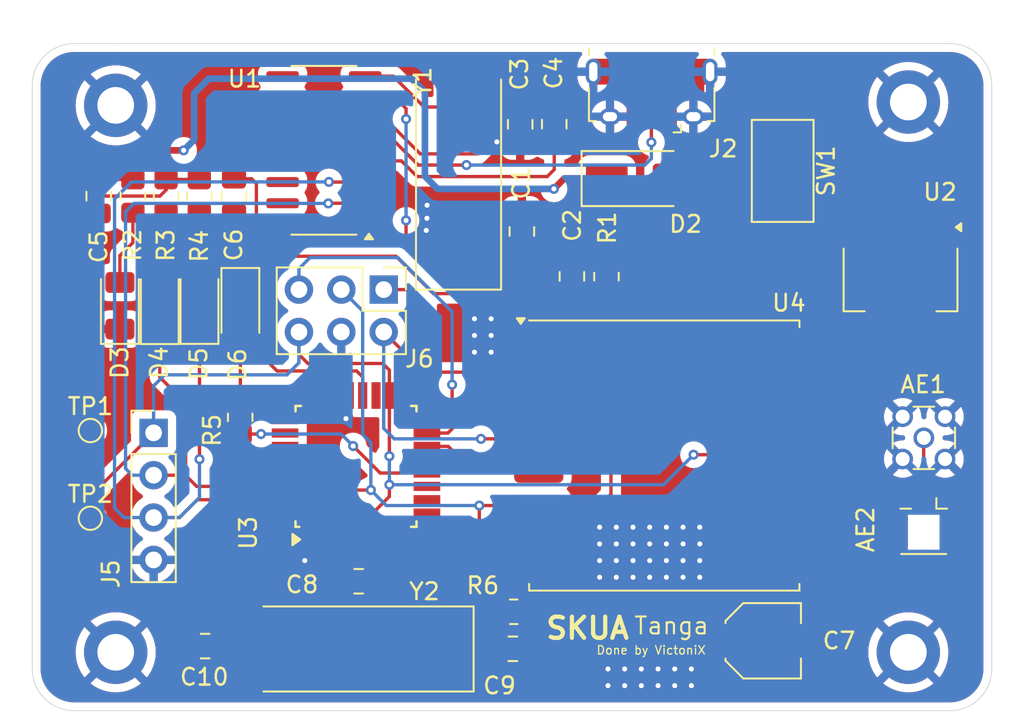
<source format=kicad_pcb>
(kicad_pcb (version 20240108) (generator "pcbnew") (generator_version "8.0")
  (layers (0 "F.Cu" signal) (31 "B.Cu" signal) (34 "B.Paste" user) (35 "F.Paste" user) (36 "B.SilkS" user "B.Silkscreen") (37 "F.SilkS" user "F.Silkscreen") (38 "B.Mask" user) (39 "F.Mask" user) (44 "Edge.Cuts" user))
  (net 0 "")
  (net 1 "GND")
  (net 2 "Net-(AE1-A)")
  (net 3 "Net-(U1-XI)")
  (net 4 "Net-(U1-VCC)")
  (net 5 "Net-(U1-XO)")
  (net 6 "Net-(U1-V3)")
  (net 7 "+5V")
  (net 8 "Net-(U3-AREF)")
  (net 9 "+3V3")
  (net 10 "Net-(U3-XTAL2{slash}PB7)")
  (net 11 "Net-(U3-XTAL1{slash}PB6)")
  (net 12 "Net-(D2-A)")
  (net 13 "Net-(D3-A)")
  (net 14 "Net-(D4-A)")
  (net 15 "/RXD")
  (net 16 "Net-(D5-A)")
  (net 17 "/TXD")
  (net 18 "Net-(D6-A)")
  (net 19 "Net-(J2-D-)")
  (net 21 "Net-(J2-D+)")
  (net 22 "/reset")
  (net 23 "/MOSI")
  (net 24 "/MISO")
  (net 25 "/SCLK")
  (net 26 "Net-(U3-PB0)")
  (net 41 "Net-(U3-PB2)")
  (net 56 "Net-(D2-K)")
  (footprint "Capacitor_SMD:C_0805_2012Metric_Pad1.18x1.45mm_HandSolder" (layer "F.Cu") (at 160.36 103.63)
    (property "Reference" "C10")
    (property "Value" "22pF")
  )
  (footprint "MountingHole:MountingHole_2.2mm_M2_DIN965_Pad" (layer "F.Cu") (at 202.5 104)
    (property "Reference" "H4" (hide yes))
    (property "Value" "MountingHole_Pad")
  )
  (footprint "LED_SMD:LED_1206_3216Metric" (layer "F.Cu") (at 157.64 83.23 90)
    (property "Reference" "D4")
    (property "Value" "Rx_LED")
  )
  (footprint "Capacitor_SMD:C_Elec_4x5.4" (layer "F.Cu") (at 193.805 103.31)
    (property "Reference" "C7")
    (property "Value" "10uF")
  )
  (footprint "Resistor_SMD:R_0805_2012Metric_Pad1.20x1.40mm_HandSolder" (layer "F.Cu") (at 160.01 76.64 90)
    (property "Reference" "R4")
    (property "Value" "470")
  )
  (footprint "Capacitor_SMD:C_0805_2012Metric_Pad1.18x1.45mm_HandSolder" (layer "F.Cu") (at 182.34 81.4575 -90)
    (property "Reference" "C2")
    (property "Value" "0.47uF")
  )
  (footprint "Package_TO_SOT_SMD:SOT-223-3_TabPin2" (layer "F.Cu") (at 202.0325 81.64 -90)
    (property "Reference" "U2")
    (property "Value" "AMS1117-3.3")
  )
  (footprint "Capacitor_SMD:C_0805_2012Metric_Pad1.18x1.45mm_HandSolder" (layer "F.Cu") (at 153.98 76.6425 90)
    (property "Reference" "C5")
    (property "Value" "0.1uF")
  )
  (footprint "Resistor_SMD:R_0805_2012Metric_Pad1.20x1.40mm_HandSolder" (layer "F.Cu") (at 158.02 76.64 90)
    (property "Reference" "R3")
    (property "Value" "470")
  )
  (footprint "Package_SO:SOIC-16_3.9x9.9mm_P1.27mm" (layer "F.Cu") (at 167.475 73.895 180)
    (property "Reference" "U1")
    (property "Value" "CH340G")
  )
  (footprint "Button_Switch_SMD:SW_SPST_CK_RS282G05A3" (layer "F.Cu") (at 194.97 75.13 -90)
    (property "Reference" "SW1")
    (property "Value" "Reset")
  )
  (footprint "RF_Module:HOPERF_RFM9XW_SMD" (layer "F.Cu") (at 187.875 92.2)
    (property "Reference" "U4")
    (property "Value" "RFM95W-868S2")
  )
  (footprint "Capacitor_SMD:C_0805_2012Metric_Pad1.18x1.45mm_HandSolder" (layer "F.Cu") (at 162.09 76.64 90)
    (property "Reference" "C6")
    (property "Value" "100nF")
  )
  (footprint "Connector_PinHeader_2.54mm:PinHeader_2x03_P2.54mm_Vertical" (layer "F.Cu") (at 171.06 82.25 -90)
    (property "Reference" "J6")
    (property "Value" "SPI")
  )
  (footprint "MountingHole:MountingHole_2.2mm_M2_DIN965_Pad" (layer "F.Cu") (at 155 71.2)
    (property "Reference" "H1" (hide yes))
    (property "Value" "MountingHole_Pad")
  )
  (footprint "MountingHole:MountingHole_2.2mm_M2_DIN965_Pad" (layer "F.Cu") (at 155 104)
    (property "Reference" "H2" (hide yes))
    (property "Value" "MountingHole_Pad")
  )
  (footprint "Resistor_SMD:R_0805_2012Metric_Pad1.20x1.40mm_HandSolder" (layer "F.Cu") (at 162.46 89.91 -90)
    (property "Reference" "R5")
    (property "Value" "200")
  )
  (footprint "Capacitor_SMD:C_0805_2012Metric_Pad1.18x1.45mm_HandSolder" (layer "F.Cu") (at 178.7975 103.79 180)
    (property "Reference" "C9")
    (property "Value" "22pF")
  )
  (footprint "Package_QFP:TQFP-32_7x7mm_P0.8mm" (layer "F.Cu") (at 169.4 92.85 90)
    (property "Reference" "U3")
    (property "Value" "ATmega328P-A")
  )
  (footprint "Connector_Coaxial:MMCX_Molex_73415-1471_Vertical" (layer "F.Cu") (at 203.43 91.14)
    (property "Reference" "AE1")
    (property "Value" "Antenna")
  )
  (footprint "MountingHole:MountingHole_2.2mm_M2_DIN965_Pad" (layer "F.Cu") (at 202.5 71)
    (property "Reference" "H3" (hide yes))
    (property "Value" "MountingHole_Pad")
  )
  (footprint "LED_SMD:LED_1206_3216Metric" (layer "F.Cu") (at 155.25 83.22 90)
    (property "Reference" "D3")
    (property "Value" "Power")
  )
  (footprint "Resistor_SMD:R_0805_2012Metric_Pad1.20x1.40mm_HandSolder" (layer "F.Cu") (at 178.85 101.57 180)
    (property "Reference" "R6")
    (property "Value" "10k")
  )
  (footprint "Capacitor_SMD:C_0805_2012Metric_Pad1.18x1.45mm_HandSolder" (layer "F.Cu") (at 179.34 78.7625 -90)
    (property "Reference" "C1")
    (property "Value" "22pF")
  )
  (footprint "Resistor_SMD:R_0805_2012Metric_Pad1.20x1.40mm_HandSolder" (layer "F.Cu") (at 184.41 81.47 -90)
    (property "Reference" "R1")
    (property "Value" "10")
  )
  (footprint "Crystal:Crystal_SMD_HC49-SD" (layer "F.Cu") (at 175.545 75.55 90)
    (property "Reference" "Y1")
    (property "Value" "12MHz")
  )
  (footprint "Connector_USB:USB_Micro-B_Amphenol_10118194_Horizontal" (layer "F.Cu") (at 187.12 70.48 180)
    (property "Reference" "J2")
    (property "Value" "USB")
  )
  (footprint "Connector_PinHeader_2.54mm:PinHeader_1x04_P2.54mm_Vertical" (layer "F.Cu") (at 157.27 90.84)
    (property "Reference" "J5")
    (property "Value" "UART")
  )
  (footprint "LED_SMD:LED_1206_3216Metric" (layer "F.Cu") (at 162.47 83.24 -90)
    (property "Reference" "D6")
    (property "Value" "conn.")
  )
  (footprint "Capacitor_SMD:C_0805_2012Metric_Pad1.18x1.45mm_HandSolder" (layer "F.Cu") (at 169.5625 99.74)
    (property "Reference" "C8")
    (property "Value" "0.1uF")
  )
  (footprint "Capacitor_SMD:C_0805_2012Metric_Pad1.18x1.45mm_HandSolder" (layer "F.Cu") (at 179.24 72.3375 90)
    (property "Reference" "C3")
    (property "Value" "22pF")
  )
  (footprint "LED_SMD:LED_1206_3216Metric" (layer "F.Cu") (at 160.02 83.22 90)
    (property "Reference" "D5")
    (property "Value" "Tx_LED")
  )
  (footprint "Connector_Coaxial:U.FL_Hirose_U.FL-R-SMT-1_Vertical" (layer "F.Cu") (at 203.42 96.27 -90)
    (property "Reference" "AE2")
    (property "Value" "Anten.")
  )
  (footprint "Crystal:Crystal_SMD_HC49-SD" (layer "F.Cu") (at 169.75 103.8 180)
    (property "Reference" "Y2")
    (property "Value" "16MHz" (hide yes))
  )
  (footprint "Resistor_SMD:R_0805_2012Metric_Pad1.20x1.40mm_HandSolder" (layer "F.Cu") (at 156.03 76.64 90)
    (property "Reference" "R2")
    (property "Value" "470")
  )
  (footprint "Diode_SMD:D_SMA" (layer "F.Cu") (at 186.43 75.59)
    (property "Reference" "D2")
    (property "Value" "SS32")
  )
  (footprint "TestPoint:TestPoint_Pad_D1.0mm" (layer "F.Cu") (at 153.48 95.96)
    (property "Reference" "TP2")
    (property "Value" "VCC")
  )
  (footprint "Capacitor_SMD:C_0805_2012Metric_Pad1.18x1.45mm_HandSolder" (layer "F.Cu") (at 181.28 72.3275 90)
    (property "Reference" "C4")
    (property "Value" "1nF")
  )
  (footprint "TestPoint:TestPoint_Pad_D1.0mm" (layer "F.Cu") (at 153.48 90.7)
    (property "Reference" "TP1")
    (property "Value" "Power")
  )
  (gr_line (start 150 105) (end 150 70) (stroke (width 0.05)) (layer "Edge.Cuts"))
  (gr_line (start 207.5 70) (end 207.5 105) (stroke (width 0.05)) (layer "Edge.Cuts"))
  (gr_arc (start 150 70) (mid 150.732233 68.232233) (end 152.5 67.5) (stroke (width 0.05)) (layer "Edge.Cuts"))
  (gr_line (start 205 107.5) (end 152.5 107.5) (stroke (width 0.05)) (layer "Edge.Cuts"))
  (gr_arc (start 207.5 105) (mid 206.767767 106.767767) (end 205 107.5) (stroke (width 0.05)) (layer "Edge.Cuts"))
  (gr_arc (start 152.5 107.5) (mid 150.732233 106.767767) (end 150 105) (stroke (width 0.05)) (layer "Edge.Cuts"))
  (gr_arc (start 205 67.5) (mid 206.767767 68.232233) (end 207.5 70) (stroke (width 0.05)) (layer "Edge.Cuts"))
  (gr_line (start 155 67.5) (end 205 67.5) (stroke (width 0.05)) (layer "Edge.Cuts"))
  (gr_line (start 152.5 67.5) (end 155 67.5) (stroke (width 0.05)) (layer "Edge.Cuts"))
  (gr_text "Tanga" (at 186 103 0) (layer "F.SilkS") (effects (font (size 1.016 1.016) (thickness 0.127)) (justify left bottom)))
  (gr_text "SKUA" (at 180.66 103.3 0) (layer "F.SilkS") (effects (font (size 1.27 1.27) (thickness 0.254) (bold yes)) (justify left bottom)))
  (gr_text "Done by VictoniX" (at 183.77 104.17 0) (layer "F.SilkS") (effects (font (size 0.508 0.508) (thickness 0.0762)) (justify left bottom)))
  (segment (start 169.8 97.1) (end 169.8 98.19) (width 0.2) (layer "F.Cu") (net 1))
  (segment (start 166.32 98.49) (end 166.31 98.49) (width 0.2) (layer "F.Cu") (net 1))
  (segment (start 169.8 98.19) (end 169.5 98.49) (width 0.2) (layer "F.Cu") (net 1))
  (segment (start 169 88.6) (end 169 89.79) (width 0.2) (layer "F.Cu") (net 1))
  (segment (start 166.31 98.49) (end 166.3 98.48) (width 0.2) (layer "F.Cu") (net 1))
  (segment (start 166.33 98.5) (end 166.32 98.49) (width 0.2) (layer "F.Cu") (net 1))
  (segment (start 166.34 98.49) (end 166.33 98.5) (width 0.2) (layer "F.Cu") (net 1))
  (segment (start 169 89.79) (end 168.8 89.99) (width 0.2) (layer "F.Cu") (net 1))
  (segment (start 168.2 97.1) (end 168.2 98.49) (width 0.2) (layer "F.Cu") (net 1))
  (segment (start 169.5 98.49) (end 166.34 98.49) (width 0.2) (layer "F.Cu") (net 1))
  (via (at 177.5 84) (size 0.6) (drill 0.3) (layers "F.Cu" "B.Cu") (net 1))
  (via (at 187 97.5) (size 0.6) (drill 0.3) (layers "F.Cu" "B.Cu") (net 1))
  (via (at 189 97.5) (size 0.6) (drill 0.3) (layers "F.Cu" "B.Cu") (net 1))
  (via (at 189 96.5) (size 0.6) (drill 0.3) (layers "F.Cu" "B.Cu") (net 1))
  (via (at 185 97.5) (size 0.6) (drill 0.3) (layers "F.Cu" "B.Cu") (net 1))
  (via (at 184 97.5) (size 0.6) (drill 0.3) (layers "F.Cu" "B.Cu") (net 1))
  (via (at 186 99.5) (size 0.6) (drill 0.3) (layers "F.Cu" "B.Cu") (net 1))
  (via (at 187.5 106) (size 0.6) (drill 0.3) (layers "F.Cu" "B.Cu") (net 1))
  (via (at 187 98.5) (size 0.6) (drill 0.3) (layers "F.Cu" "B.Cu") (net 1))
  (via (at 184 96.5) (size 0.6) (drill 0.3) (layers "F.Cu" "B.Cu") (net 1))
  (via (at 166.33 98.5) (size 0.6) (drill 0.3) (layers "F.Cu" "B.Cu") (net 1))
  (via (at 190 96.5) (size 0.6) (drill 0.3) (layers "F.Cu" "B.Cu") (net 1))
  (via (at 185.5 105) (size 0.6) (drill 0.3) (layers "F.Cu" "B.Cu") (net 1))
  (via (at 184 98.5) (size 0.6) (drill 0.3) (layers "F.Cu" "B.Cu") (net 1))
  (via (at 185 98.5) (size 0.6) (drill 0.3) (layers "F.Cu" "B.Cu") (net 1))
  (via (at 190 98.5) (size 0.6) (drill 0.3) (layers "F.Cu" "B.Cu") (net 1))
  (via (at 188.5 105) (size 0.6) (drill 0.3) (layers "F.Cu" "B.Cu") (net 1))
  (via (at 186 97.5) (size 0.6) (drill 0.3) (layers "F.Cu" "B.Cu") (net 1))
  (via (at 173.66 77.19) (size 0.6) (drill 0.3) (layers "F.Cu" "B.Cu") (net 1))
  (via (at 176.5 86) (size 0.6) (drill 0.3) (layers "F.Cu" "B.Cu") (net 1))
  (via (at 173.65 77.97) (size 0.6) (drill 0.3) (layers "F.Cu" "B.Cu") (net 1))
  (via (at 185 99.5) (size 0.6) (drill 0.3) (layers "F.Cu" "B.Cu") (net 1))
  (via (at 168.8 89.99) (size 0.6) (drill 0.3) (layers "F.Cu" "B.Cu") (net 1))
  (via (at 188 97.5) (size 0.6) (drill 0.3) (layers "F.Cu" "B.Cu") (net 1))
  (via (at 176.5 85) (size 0.6) (drill 0.3) (layers "F.Cu" "B.Cu") (net 1))
  (via (at 189.5 105) (size 0.6) (drill 0.3) (layers "F.Cu" "B.Cu") (net 1))
  (via (at 188 99.5) (size 0.6) (drill 0.3) (layers "F.Cu" "B.Cu") (net 1))
  (via (at 187.5 105) (size 0.6) (drill 0.3) (layers "F.Cu" "B.Cu") (net 1))
  (via (at 186 96.5) (size 0.6) (drill 0.3) (layers "F.Cu" "B.Cu") (net 1))
  (via (at 184.5 105) (size 0.6) (drill 0.3) (layers "F.Cu" "B.Cu") (net 1))
  (via (at 187 99.5) (size 0.6) (drill 0.3) (layers "F.Cu" "B.Cu") (net 1))
  (via (at 188.5 106) (size 0.6) (drill 0.3) (layers "F.Cu" "B.Cu") (net 1))
  (via (at 184 99.5) (size 0.6) (drill 0.3) (layers "F.Cu" "B.Cu") (net 1))
  (via (at 176.5 84) (size 0.6) (drill 0.3) (layers "F.Cu" "B.Cu") (net 1))
  (via (at 189.5 106) (size 0.6) (drill 0.3) (layers "F.Cu" "B.Cu") (net 1))
  (via (at 177.5 85) (size 0.6) (drill 0.3) (layers "F.Cu" "B.Cu") (net 1))
  (via (at 185 96.5) (size 0.6) (drill 0.3) (layers "F.Cu" "B.Cu") (net 1))
  (via (at 184.5 106) (size 0.6) (drill 0.3) (layers "F.Cu" "B.Cu") (net 1))
  (via (at 186 98.5) (size 0.6) (drill 0.3) (layers "F.Cu" "B.Cu") (net 1))
  (via (at 188 96.5) (size 0.6) (drill 0.3) (layers "F.Cu" "B.Cu") (net 1))
  (via (at 187 96.5) (size 0.6) (drill 0.3) (layers "F.Cu" "B.Cu") (net 1))
  (via (at 177.84 73.39) (size 0.6) (drill 0.3) (layers "F.Cu" "B.Cu") (net 1))
  (via (at 186.5 105) (size 0.6) (drill 0.3) (layers "F.Cu" "B.Cu") (net 1))
  (via (at 190 99.5) (size 0.6) (drill 0.3) (layers "F.Cu" "B.Cu") (net 1))
  (via (at 173.61 78.7) (size 0.6) (drill 0.3) (layers "F.Cu" "B.Cu") (net 1))
  (via (at 188 98.5) (size 0.6) (drill 0.3) (layers "F.Cu" "B.Cu") (net 1))
  (via (at 189 99.5) (size 0.6) (drill 0.3) (layers "F.Cu" "B.Cu") (net 1))
  (via (at 190 97.5) (size 0.6) (drill 0.3) (layers "F.Cu" "B.Cu") (net 1))
  (via (at 186.5 106) (size 0.6) (drill 0.3) (layers "F.Cu" "B.Cu") (net 1))
  (via (at 177.5 86) (size 0.6) (drill 0.3) (layers "F.Cu" "B.Cu") (net 1))
  (via (at 185.5 106) (size 0.6) (drill 0.3) (layers "F.Cu" "B.Cu") (net 1))
  (via (at 189 98.5) (size 0.6) (drill 0.3) (layers "F.Cu" "B.Cu") (net 1))
  (segment (start 203.42 95.22) (end 203.42 91.15) (width 0.2) (layer "F.Cu") (net 2))
  (segment (start 199.5 98.42) (end 199.5 95.72) (width 0.2) (layer "F.Cu") (net 2))
  (segment (start 200 95.22) (end 203.42 95.22) (width 0.2) (layer "F.Cu") (net 2))
  (segment (start 203.42 91.15) (end 203.43 91.14) (width 0.2) (layer "F.Cu") (net 2))
  (segment (start 198.72 99.2) (end 199.5 98.42) (width 0.2) (layer "F.Cu") (net 2))
  (segment (start 199.5 95.72) (end 200 95.22) (width 0.2) (layer "F.Cu") (net 2))
  (segment (start 195.4 99.2) (end 198.72 99.2) (width 0.2) (layer "F.Cu") (net 2))
  (segment (start 172.92 79.8) (end 175.545 79.8) (width 0.2) (layer "F.Cu") (net 3))
  (segment (start 172.4 72.02) (end 172.4 71.39) (width 0.2) (layer "F.Cu") (net 3))
  (segment (start 171.73 70.72) (end 169.95 70.72) (width 0.2) (layer "F.Cu") (net 3))
  (segment (start 172.4 71.39) (end 171.73 70.72) (width 0.2) (layer "F.Cu") (net 3))
  (segment (start 172.91 79.81) (end 172.92 79.8) (width 0.2) (layer "F.Cu") (net 3))
  (segment (start 172.4 79.3) (end 172.91 79.81) (width 0.2) (layer "F.Cu") (net 3))
  (segment (start 172.4 78.1) (end 172.4 79.3) (width 0.2) (layer "F.Cu") (net 3))
  (segment (start 179.34 79.8) (end 175.545 79.8) (width 0.2) (layer "F.Cu") (net 3))
  (via (at 172.4 72.02) (size 0.6) (drill 0.3) (layers "F.Cu" "B.Cu") (net 3))
  (via (at 172.4 78.1) (size 0.6) (drill 0.3) (layers "F.Cu" "B.Cu") (net 3))
  (segment (start 172.4 72.02) (end 172.4 78.1) (width 0.2) (layer "B.Cu") (net 3))
  (segment (start 165.33 80.25) (end 165 79.92) (width 0.2) (layer "F.Cu") (net 4))
  (segment (start 171.8 80.25) (end 165.33 80.25) (width 0.2) (layer "F.Cu") (net 4))
  (segment (start 174.04 82.49) (end 171.8 80.25) (width 0.2) (layer "F.Cu") (net 4))
  (segment (start 184.41 82.47) (end 182.365 82.47) (width 0.2) (layer "F.Cu") (net 4))
  (segment (start 165 79.92) (end 165 78.34) (width 0.2) (layer "F.Cu") (net 4))
  (segment (start 182.335 82.49) (end 174.04 82.49) (width 0.2) (layer "F.Cu") (net 4))
  (segment (start 182.34 82.495) (end 182.335 82.49) (width 0.2) (layer "F.Cu") (net 4))
  (segment (start 182.365 82.47) (end 182.34 82.495) (width 0.2) (layer "F.Cu") (net 4))
  (segment (start 179.24 71.3) (end 175.545 71.3) (width 0.2) (layer "F.Cu") (net 5))
  (segment (start 171.63 69.45) (end 173.48 71.3) (width 0.2) (layer "F.Cu") (net 5))
  (segment (start 173.48 71.3) (end 175.545 71.3) (width 0.2) (layer "F.Cu") (net 5))
  (segment (start 169.95 69.45) (end 171.63 69.45) (width 0.2) (layer "F.Cu") (net 5))
  (segment (start 181.28 75.05) (end 181.28 73.365) (width 0.2) (layer "F.Cu") (net 6))
  (segment (start 180.86 75.47) (end 181.28 75.05) (width 0.2) (layer "F.Cu") (net 6))
  (segment (start 173.06 75.47) (end 180.86 75.47) (width 0.2) (layer "F.Cu") (net 6))
  (segment (start 169.95 74.53) (end 172.12 74.53) (width 0.2) (layer "F.Cu") (net 6))
  (segment (start 172.12 74.53) (end 173.06 75.47) (width 0.2) (layer "F.Cu") (net 6))
  (segment (start 158.02 76.27) (end 158.02 75.64) (width 0.2) (layer "F.Cu") (net 7))
  (segment (start 160.01 75.64) (end 158.02 75.64) (width 0.2) (layer "F.Cu") (net 7))
  (segment (start 152.89 76.64) (end 157.65 76.64) (width 0.2) (layer "F.Cu") (net 7))
  (segment (start 157.65 76.64) (end 158.02 76.27) (width 0.2) (layer "F.Cu") (net 7))
  (segment (start 152.23 89.45) (end 152.23 77.3) (width 0.2) (layer "F.Cu") (net 7))
  (segment (start 153.48 90.7) (end 152.23 89.45) (width 0.2) (layer "F.Cu") (net 7))
  (segment (start 152.23 77.3) (end 152.89 76.64) (width 0.2) (layer "F.Cu") (net 7))
  (segment (start 169.44 87.13) (end 164.67 87.13) (width 0.2) (layer "F.Cu") (net 8))
  (segment (start 164.67 87.13) (end 163.94 86.4) (width 0.2) (layer "F.Cu") (net 8))
  (segment (start 163.94 79.44) (end 163.43 78.93) (width 0.2) (layer "F.Cu") (net 8))
  (segment (start 163.94 86.4) (end 163.94 79.44) (width 0.2) (layer "F.Cu") (net 8))
  (segment (start 163.1425 75.6025) (end 162.09 75.6025) (width 0.2) (layer "F.Cu") (net 8))
  (segment (start 163.43 75.89) (end 163.1425 75.6025) (width 0.2) (layer "F.Cu") (net 8))
  (segment (start 169.8 88.6) (end 169.8 87.49) (width 0.2) (layer "F.Cu") (net 8))
  (segment (start 163.43 78.93) (end 163.43 75.89) (width 0.2) (layer "F.Cu") (net 8))
  (segment (start 169.8 87.49) (end 169.44 87.13) (width 0.2) (layer "F.Cu") (net 8))
  (segment (start 165.98 86.14) (end 165.98 84.79) (width 0.2) (layer "F.Cu") (net 9))
  (segment (start 195.4 91.2) (end 193.08 91.2) (width 0.2) (layer "F.Cu") (net 9))
  (segment (start 198.87 90.31) (end 197.98 91.2) (width 0.2) (layer "F.Cu") (net 9))
  (segment (start 169.23 95.46) (end 170.4 95.46) (width 0.2) (layer "F.Cu") (net 9))
  (segment (start 202.0325 78.49) (end 202.0325 84.79) (width 0.2) (layer "F.Cu") (net 9))
  (segment (start 153.48 95.96) (end 153.48 94.63) (width 0.2) (layer "F.Cu") (net 9))
  (segment (start 170.6 99.74) (end 170.6 97.1) (width 0.2) (layer "F.Cu") (net 9))
  (segment (start 197.98 91.2) (end 195.4 91.2) (width 0.2) (layer "F.Cu") (net 9))
  (segment (start 153.48 94.63) (end 157.27 90.84) (width 0.2) (layer "F.Cu") (net 9))
  (segment (start 166.52 86.68) (end 165.98 86.14) (width 0.2) (layer "F.Cu") (net 9))
  (segment (start 198.87 85.48) (end 198.87 90.31) (width 0.2) (layer "F.Cu") (net 9))
  (segment (start 171.4 88.6) (end 171.4 87.08) (width 0.2) (layer "F.Cu") (net 9))
  (segment (start 192.11 103.29) (end 192.13 103.31) (width 0.2) (layer "F.Cu") (net 9))
  (segment (start 170.4 95.46) (end 170.6 95.46) (width 0.2) (layer "F.Cu") (net 9))
  (segment (start 202.0325 84.79) (end 199.56 84.79) (width 0.2) (layer "F.Cu") (net 9))
  (segment (start 193.08 91.2) (end 192.13 92.15) (width 0.2) (layer "F.Cu") (net 9))
  (segment (start 170.6 95.46) (end 170.6 97.1) (width 0.2) (layer "F.Cu") (net 9))
  (segment (start 189.63 92.15) (end 192.13 92.15) (width 0.2) (layer "F.Cu") (net 9))
  (segment (start 171.4 93.95) (end 171.4 94.66) (width 0.2) (layer "F.Cu") (net 9))
  (segment (start 179.85 101.57) (end 185.71 101.57) (width 0.2) (layer "F.Cu") (net 9))
  (segment (start 171.4 88.6) (end 171.4 92.24) (width 0.2) (layer "F.Cu") (net 9))
  (segment (start 199.56 84.79) (end 198.87 85.48) (width 0.2) (layer "F.Cu") (net 9))
  (segment (start 169 95.69) (end 169.23 95.46) (width 0.2) (layer "F.Cu") (net 9))
  (segment (start 192.13 92.15) (end 192.13 103.31) (width 0.2) (layer "F.Cu") (net 9))
  (segment (start 171.4 87.08) (end 171 86.68) (width 0.2) (layer "F.Cu") (net 9))
  (segment (start 171 86.68) (end 166.52 86.68) (width 0.2) (layer "F.Cu") (net 9))
  (segment (start 187.45 103.31) (end 192.13 103.31) (width 0.2) (layer "F.Cu") (net 9))
  (segment (start 169 97.1) (end 169 95.69) (width 0.2) (layer "F.Cu") (net 9))
  (segment (start 185.71 101.57) (end 187.45 103.31) (width 0.2) (layer "F.Cu") (net 9))
  (segment (start 171.4 94.66) (end 170.6 95.46) (width 0.2) (layer "F.Cu") (net 9))
  (via (at 171.4 92.24) (size 0.6) (drill 0.3) (layers "F.Cu" "B.Cu") (net 9))
  (via (at 189.63 92.15) (size 0.6) (drill 0.3) (layers "F.Cu" "B.Cu") (net 9))
  (via (at 171.4 93.95) (size 0.6) (drill 0.3) (layers "F.Cu" "B.Cu") (net 9))
  (segment (start 157.27 88.025) (end 157.27 90.84) (width 0.2) (layer "B.Cu") (net 9))
  (segment (start 187.83 93.95) (end 189.63 92.15) (width 0.2) (layer "B.Cu") (net 9))
  (segment (start 165.98 84.79) (end 165.98 86.64) (width 0.2) (layer "B.Cu") (net 9))
  (segment (start 171.4 92.24) (end 171.4 93.95) (width 0.2) (layer "B.Cu") (net 9))
  (segment (start 165.98 86.64) (end 165.26 87.36) (width 0.2) (layer "B.Cu") (net 9))
  (segment (start 171.4 93.95) (end 187.83 93.95) (width 0.2) (layer "B.Cu") (net 9))
  (segment (start 165.26 87.36) (end 157.935 87.36) (width 0.2) (layer "B.Cu") (net 9))
  (segment (start 157.935 87.36) (end 157.27 88.025) (width 0.2) (layer "B.Cu") (net 9))
  (segment (start 172.2 97.1) (end 173.32 97.1) (width 0.2) (layer "F.Cu") (net 10))
  (segment (start 174.01 103.79) (end 174 103.8) (width 0.2) (layer "F.Cu") (net 10))
  (segment (start 173.32 97.1) (end 174 97.78) (width 0.2) (layer "F.Cu") (net 10))
  (segment (start 177.76 103.79) (end 174.01 103.79) (width 0.2) (layer "F.Cu") (net 10))
  (segment (start 174 97.78) (end 174 103.8) (width 0.2) (layer "F.Cu") (net 10))
  (segment (start 171.4 98.11) (end 172.1 98.81) (width 0.2) (layer "F.Cu") (net 11))
  (segment (start 165.33 103.63) (end 165.5 103.8) (width 0.2) (layer "F.Cu") (net 11))
  (segment (start 171.5 102.01) (end 165.92 102.01) (width 0.2) (layer "F.Cu") (net 11))
  (segment (start 172.1 101.41) (end 171.5 102.01) (width 0.2) (layer "F.Cu") (net 11))
  (segment (start 172.1 98.81) (end 172.1 101.41) (width 0.2) (layer "F.Cu") (net 11))
  (segment (start 161.3975 103.63) (end 165.33 103.63) (width 0.2) (layer "F.Cu") (net 11))
  (segment (start 171.4 97.1) (end 171.4 98.11) (width 0.2) (layer "F.Cu") (net 11))
  (segment (start 165.92 102.01) (end 165.33 102.6) (width 0.2) (layer "F.Cu") (net 11))
  (segment (start 165.33 102.6) (end 165.33 103.63) (width 0.2) (layer "F.Cu") (net 11))
  (segment (start 188.42 71.88) (end 188.41 71.89) (width 0.3) (layer "F.Cu") (net 12))
  (segment (start 188.42 75.56) (end 188.41 75.57) (width 0.4) (layer "F.Cu") (net 12))
  (segment (start 188.41 75.57) (end 188.42 75.58) (width 0.3) (layer "F.Cu") (net 12))
  (segment (start 188.42 75.58) (end 188.43 75.59) (width 0.2) (layer "F.Cu") (net 12))
  (segment (start 188.42 71.9) (end 188.42 75.56) (width 0.4) (layer "F.Cu") (net 12))
  (segment (start 188.41 71.89) (end 188.42 71.9) (width 0.4) (layer "F.Cu") (net 12))
  (segment (start 155.25 80.21) (end 156.03 79.43) (width 0.2) (layer "F.Cu") (net 13))
  (segment (start 155.25 81.82) (end 155.25 80.21) (width 0.2) (layer "F.Cu") (net 13))
  (segment (start 156.03 79.43) (end 156.03 77.64) (width 0.2) (layer "F.Cu") (net 13))
  (segment (start 157.64 81.83) (end 157.64 79.93) (width 0.2) (layer "F.Cu") (net 14))
  (segment (start 158.02 79.55) (end 158.02 77.64) (width 0.2) (layer "F.Cu") (net 14))
  (segment (start 157.64 79.93) (end 158.02 79.55) (width 0.2) (layer "F.Cu") (net 14))
  (segment (start 159.85 94.05) (end 159.19 93.39) (width 0.2) (layer "F.Cu") (net 15))
  (segment (start 157.64 87.5) (end 159.19 89.05) (width 0.2) (layer "F.Cu") (net 15))
  (segment (start 159.19 93.38) (end 157.27 93.38) (width 0.2) (layer "F.Cu") (net 15))
  (segment (start 169.95 77.07) (end 167.75 77.07) (width 0.2) (layer "F.Cu") (net 15))
  (segment (start 157.64 84.63) (end 157.64 87.5) (width 0.2) (layer "F.Cu") (net 15))
  (segment (start 159.19 89.05) (end 159.19 93.38) (width 0.2) (layer "F.Cu") (net 15))
  (segment (start 159.19 93.39) (end 159.19 93.38) (width 0.2) (layer "F.Cu") (net 15))
  (segment (start 167.75 77.07) (end 167.74 77.08) (width 0.2) (layer "F.Cu") (net 15))
  (segment (start 165.15 94.05) (end 159.85 94.05) (width 0.2) (layer "F.Cu") (net 15))
  (via (at 167.74 77.08) (size 0.6) (drill 0.3) (layers "F.Cu" "B.Cu") (net 15))
  (segment (start 155.59 77.58) (end 155.59 92.98) (width 0.2) (layer "B.Cu") (net 15))
  (segment (start 155.59 92.98) (end 155.99 93.38) (width 0.2) (layer "B.Cu") (net 15))
  (segment (start 167.74 77.08) (end 156.09 77.08) (width 0.2) (layer "B.Cu") (net 15))
  (segment (start 155.99 93.38) (end 157.27 93.38) (width 0.2) (layer "B.Cu") (net 15))
  (segment (start 156.09 77.08) (end 155.59 77.58) (width 0.2) (layer "B.Cu") (net 15))
  (segment (start 160.02 77.65) (end 160.01 77.64) (width 0.2) (layer "F.Cu") (net 16))
  (segment (start 160.02 81.82) (end 160.02 77.65) (width 0.2) (layer "F.Cu") (net 16))
  (segment (start 159.89 94.85) (end 158.82 95.92) (width 0.2) (layer "F.Cu") (net 17))
  (segment (start 167.79 75.8) (end 167.78 75.79) (width 0.2) (layer "F.Cu") (net 17))
  (segment (start 160.02 84.62) (end 160.02 92.42) (width 0.2) (layer "F.Cu") (net 17))
  (segment (start 169.95 75.8) (end 167.79 75.8) (width 0.2) (layer "F.Cu") (net 17))
  (segment (start 165.15 94.85) (end 159.89 94.85) (width 0.2) (layer "F.Cu") (net 17))
  (segment (start 158.82 95.92) (end 157.27 95.92) (width 0.2) (layer "F.Cu") (net 17))
  (via (at 160.02 92.42) (size 0.6) (drill 0.3) (layers "F.Cu" "B.Cu") (net 17))
  (via (at 167.78 75.79) (size 0.6) (drill 0.3) (layers "F.Cu" "B.Cu") (net 17))
  (segment (start 155.95 75.79) (end 154.93 76.81) (width 0.2) (layer "B.Cu") (net 17))
  (segment (start 154.93 95.35) (end 155.5 95.92) (width 0.2) (layer "B.Cu") (net 17))
  (segment (start 167.78 75.79) (end 155.95 75.79) (width 0.2) (layer "B.Cu") (net 17))
  (segment (start 160.02 92.42) (end 160.02 94.72) (width 0.2) (layer "B.Cu") (net 17))
  (segment (start 158.82 95.92) (end 157.27 95.92) (width 0.2) (layer "B.Cu") (net 17))
  (segment (start 154.93 76.81) (end 154.93 95.35) (width 0.2) (layer "B.Cu") (net 17))
  (segment (start 155.5 95.92) (end 157.27 95.92) (width 0.2) (layer "B.Cu") (net 17))
  (segment (start 160.02 94.72) (end 158.82 95.92) (width 0.2) (layer "B.Cu") (net 17))
  (segment (start 162.47 84.64) (end 162.47 88.9) (width 0.2) (layer "F.Cu") (net 18))
  (segment (start 162.47 88.9) (end 162.46 88.91) (width 0.2) (layer "F.Cu") (net 18))
  (segment (start 187.77 70.9) (end 187.42 70.55) (width 0.2) (layer "F.Cu") (net 19))
  (segment (start 176.71 74.11) (end 173.25 74.11) (width 0.2) (layer "F.Cu") (net 19))
  (segment (start 177.01 72.73) (end 177.01 73.81) (width 0.2) (layer "F.Cu") (net 19))
  (segment (start 177.01 73.81) (end 176.71 74.11) (width 0.2) (layer "F.Cu") (net 19))
  (segment (start 173.25 74.11) (end 171.13 71.99) (width 0.2) (layer "F.Cu") (net 19))
  (segment (start 177.4 72.34) (end 177.01 72.73) (width 0.2) (layer "F.Cu") (net 19))
  (segment (start 171.13 71.99) (end 169.95 71.99) (width 0.2) (layer "F.Cu") (net 19))
  (segment (start 187.77 71.88) (end 187.77 70.9) (width 0.2) (layer "F.Cu") (net 19))
  (segment (start 182.37 72.34) (end 177.4 72.34) (width 0.2) (layer "F.Cu") (net 19))
  (segment (start 184.16 70.55) (end 182.37 72.34) (width 0.2) (layer "F.Cu") (net 19))
  (segment (start 187.42 70.55) (end 184.16 70.55) (width 0.2) (layer "F.Cu") (net 19))
  (segment (start 173.13 74.78) (end 171.61 73.26) (width 0.2) (layer "F.Cu") (net 21))
  (segment (start 187.1 73.42) (end 187.1 71.9) (width 0.2) (layer "F.Cu") (net 21))
  (segment (start 171.61 73.26) (end 169.95 73.26) (width 0.2) (layer "F.Cu") (net 21))
  (segment (start 187.1 71.9) (end 187.12 71.88) (width 0.2) (layer "F.Cu") (net 21))
  (segment (start 176.02 74.78) (end 173.13 74.78) (width 0.2) (layer "F.Cu") (net 21))
  (via (at 187.1 73.42) (size 0.6) (drill 0.3) (layers "F.Cu" "B.Cu") (net 21))
  (via (at 176.02 74.78) (size 0.6) (drill 0.3) (layers "F.Cu" "B.Cu") (net 21))
  (segment (start 186.71 74.78) (end 187.1 74.39) (width 0.2) (layer "B.Cu") (net 21))
  (segment (start 176.02 74.78) (end 186.71 74.78) (width 0.2) (layer "B.Cu") (net 21))
  (segment (start 187.1 74.39) (end 187.1 73.42) (width 0.2) (layer "B.Cu") (net 21))
  (segment (start 177.85 99.73) (end 177.85 101.57) (width 0.2) (layer "F.Cu") (net 22))
  (segment (start 185.71 83.72) (end 184.68 84.75) (width 0.2) (layer "F.Cu") (net 22))
  (segment (start 194.16 83.72) (end 185.71 83.72) (width 0.2) (layer "F.Cu") (net 22))
  (segment (start 170.29 94.27) (end 168.43 94.27) (width 0.2) (layer "F.Cu") (net 22))
  (segment (start 176.79 98.67) (end 177.85 99.73) (width 0.2) (layer "F.Cu") (net 22))
  (segment (start 168.43 94.27) (end 167.41 93.25) (width 0.2) (layer "F.Cu") (net 22))
  (segment (start 194.97 79.03) (end 194.97 82.91) (width 0.2) (layer "F.Cu") (net 22))
  (segment (start 184.68 94.52) (end 184 95.2) (width 0.2) (layer "F.Cu") (net 22))
  (segment (start 184.68 84.75) (end 184.68 94.52) (width 0.2) (layer "F.Cu") (net 22))
  (segment (start 167.41 93.25) (end 165.15 93.25) (width 0.2) (layer "F.Cu") (net 22))
  (segment (start 184 95.2) (end 180.35 95.2) (width 0.2) (layer "F.Cu") (net 22))
  (segment (start 176.79 95.2) (end 180.35 95.2) (width 0.2) (layer "F.Cu") (net 22))
  (segment (start 176.79 95.2) (end 176.79 98.67) (width 0.2) (layer "F.Cu") (net 22))
  (segment (start 194.97 82.91) (end 194.16 83.72) (width 0.2) (layer "F.Cu") (net 22))
  (via (at 170.29 94.27) (size 0.6) (drill 0.3) (layers "F.Cu" "B.Cu") (net 22))
  (via (at 176.79 95.2) (size 0.6) (drill 0.3) (layers "F.Cu" "B.Cu") (net 22))
  (segment (start 170.29 91.43) (end 170.29 94.27) (width 0.2) (layer "B.Cu") (net 22))
  (segment (start 171.22 95.2) (end 176.79 95.2) (width 0.2) (layer "B.Cu") (net 22))
  (segment (start 168.52 82.25) (end 169.8 83.53) (width 0.2) (layer "B.Cu") (net 22))
  (segment (start 170.29 94.27) (end 171.22 95.2) (width 0.2) (layer "B.Cu") (net 22))
  (segment (start 169.8 83.53) (end 169.8 90.94) (width 0.2) (layer "B.Cu") (net 22))
  (segment (start 169.8 90.94) (end 170.29 91.43) (width 0.2) (layer "B.Cu") (net 22))
  (segment (start 175.16 90.6) (end 175.16 89.2) (width 0.2) (layer "F.Cu") (net 23))
  (segment (start 173.65 90.85) (end 174.91 90.85) (width 0.2) (layer "F.Cu") (net 23))
  (segment (start 175.16 89.2) (end 175.16 87.95) (width 0.2) (layer "F.Cu") (net 23))
  (segment (start 174.91 90.85) (end 175.16 90.6) (width 0.2) (layer "F.Cu") (net 23))
  (segment (start 175.16 89.2) (end 180.35 89.2) (width 0.2) (layer "F.Cu") (net 23))
  (via (at 175.16 87.95) (size 0.6) (drill 0.3) (layers "F.Cu" "B.Cu") (net 23))
  (segment (start 171.91 80.33) (end 166.65 80.33) (width 0.2) (layer "B.Cu") (net 23))
  (segment (start 166.65 80.33) (end 165.98 81) (width 0.2) (layer "B.Cu") (net 23))
  (segment (start 165.98 81) (end 165.98 82.25) (width 0.2) (layer "B.Cu") (net 23))
  (segment (start 175.16 87.95) (end 175.16 83.58) (width 0.2) (layer "B.Cu") (net 23))
  (segment (start 175.16 83.58) (end 171.91 80.33) (width 0.2) (layer "B.Cu") (net 23))
  (segment (start 173.65 87.2) (end 173.65 83.09) (width 0.2) (layer "F.Cu") (net 24))
  (segment (start 173.65 90.05) (end 173.65 87.2) (width 0.2) (layer "F.Cu") (net 24))
  (segment (start 180.35 87.2) (end 173.65 87.2) (width 0.2) (layer "F.Cu") (net 24))
  (segment (start 173.65 83.09) (end 172.81 82.25) (width 0.2) (layer "F.Cu") (net 24))
  (segment (start 172.81 82.25) (end 171.06 82.25) (width 0.2) (layer "F.Cu") (net 24))
  (segment (start 172.2 88.6) (end 172.2 85.93) (width 0.2) (layer "F.Cu") (net 25))
  (segment (start 176.89 91.2) (end 180.35 91.2) (width 0.2) (layer "F.Cu") (net 25))
  (segment (start 172.2 85.93) (end 171.06 84.79) (width 0.2) (layer "F.Cu") (net 25))
  (via (at 176.89 91.2) (size 0.6) (drill 0.3) (layers "F.Cu" "B.Cu") (net 25))
  (segment (start 176.89 91.2) (end 171.69 91.2) (width 0.2) (layer "B.Cu") (net 25))
  (segment (start 171.06 90.57) (end 171.06 84.79) (width 0.2) (layer "B.Cu") (net 25))
  (segment (start 171.69 91.2) (end 171.06 90.57) (width 0.2) (layer "B.Cu") (net 25))
  (segment (start 163.71 90.91) (end 162.46 90.91) (width 0.2) (layer "F.Cu") (net 26))
  (segment (start 170.85 93.25) (end 173.65 93.25) (width 0.2) (layer "F.Cu") (net 26))
  (segment (start 169.23 91.63) (end 170.85 93.25) (width 0.2) (layer "F.Cu") (net 26))
  (via (at 163.71 90.91) (size 0.6) (drill 0.3) (layers "F.Cu" "B.Cu") (net 26))
  (via (at 169.23 91.63) (size 0.6) (drill 0.3) (layers "F.Cu" "B.Cu") (net 26))
  (segment (start 168.51 90.91) (end 163.71 90.91) (width 0.2) (layer "B.Cu") (net 26))
  (segment (start 169.23 91.63) (end 168.51 90.91) (width 0.2) (layer "B.Cu") (net 26))
  (segment (start 173.65 91.65) (end 174.93 91.65) (width 0.2) (layer "F.Cu") (net 41))
  (segment (start 175.15 92.95) (end 175.4 93.2) (width 0.2) (layer "F.Cu") (net 41))
  (segment (start 175.15 91.87) (end 175.15 92.95) (width 0.2) (layer "F.Cu") (net 41))
  (segment (start 174.93 91.65) (end 175.15 91.87) (width 0.2) (layer "F.Cu") (net 41))
  (segment (start 175.4 93.2) (end 180.35 93.2) (width 0.2) (layer "F.Cu") (net 41))
  (segment (start 184.43 80.45) (end 184.41 80.47) (width 0.2) (layer "F.Cu") (net 56))
  (segment (start 184.41 80.47) (end 190.59 80.47) (width 0.4) (layer "F.Cu") (net 56))
  (segment (start 191.25 79.81) (end 191.25 76.44) (width 0.4) (layer "F.Cu") (net 56))
  (segment (start 181.88 75.59) (end 181.26 76.21) (width 0.4) (layer "F.Cu") (net 56))
  (segment (start 154.015 75.64) (end 153.98 75.605) (width 0.2) (layer "F.Cu") (net 56))
  (segment (start 159.07 73.9) (end 156.5 73.9) (width 0.4) (layer "F.Cu") (net 56))
  (segment (start 156.03 75.64) (end 154.015 75.64) (width 0.2) (layer "F.Cu") (net 56))
  (segment (start 191.25 76.44) (end 192.04 75.65) (width 0.4) (layer "F.Cu") (net 56))
  (segment (start 199.17 75.65) (end 199.7325 76.2125) (width 0.4) (layer "F.Cu") (net 56))
  (segment (start 199.7325 76.2125) (end 199.7325 78.49) (width 0.4) (layer "F.Cu") (net 56))
  (segment (start 190.59 80.47) (end 191.25 79.81) (width 0.4) (layer "F.Cu") (net 56))
  (segment (start 184.43 75.59) (end 181.88 75.59) (width 0.4) (layer "F.Cu") (net 56))
  (segment (start 156.5 73.9) (end 156.03 74.37) (width 0.4) (layer "F.Cu") (net 56))
  (segment (start 184.43 75.59) (end 184.43 80.45) (width 0.4) (layer "F.Cu") (net 56))
  (segment (start 192.04 75.65) (end 199.17 75.65) (width 0.4) (layer "F.Cu") (net 56))
  (segment (start 156.03 74.37) (end 156.03 75.64) (width 0.4) (layer "F.Cu") (net 56))
  (via (at 159.07 73.9) (size 0.6) (drill 0.3) (layers "F.Cu" "B.Cu") (net 56))
  (via (at 181.26 76.21) (size 0.6) (drill 0.3) (layers "F.Cu" "B.Cu") (net 56))
  (segment (start 159.7 73.27) (end 159.7 70.48) (width 0.4) (layer "B.Cu") (net 56))
  (segment (start 159.7 70.48) (end 160.58 69.6) (width 0.4) (layer "B.Cu") (net 56))
  (segment (start 173.53 75.45) (end 174.29 76.21) (width 0.4) (layer "B.Cu") (net 56))
  (segment (start 173.53 70.4) (end 173.53 75.45) (width 0.4) (layer "B.Cu") (net 56))
  (segment (start 172.73 69.6) (end 173.53 70.4) (width 0.4) (layer "B.Cu") (net 56))
  (segment (start 174.29 76.21) (end 181.26 76.21) (width 0.4) (layer "B.Cu") (net 56))
  (segment (start 159.07 73.9) (end 159.7 73.27) (width 0.4) (layer "B.Cu") (net 56))
  (segment (start 160.58 69.6) (end 172.73 69.6) (width 0.4) (layer "B.Cu") (net 56))
  (zone (net 1) (net_name "GND") (layer "F.Cu") (connect_pads (clearance 0.5)) (min_thickness 0.25) (fill yes (thermal_gap 0.5) (thermal_bridge_width 0.5))
    (polygon (pts (xy 150 67) (xy 208 67) (xy 208 108) (xy 150 108)))
  )
  (zone (net 1) (net_name "GND") (layer "B.Cu") (priority 1) (connect_pads (clearance 0.5)) (min_thickness 0.25) (fill yes (thermal_gap 0.5) (thermal_bridge_width 0.5))
    (polygon (pts (xy 150 67) (xy 208 67) (xy 208 108) (xy 150 108)))
  )
)
</source>
